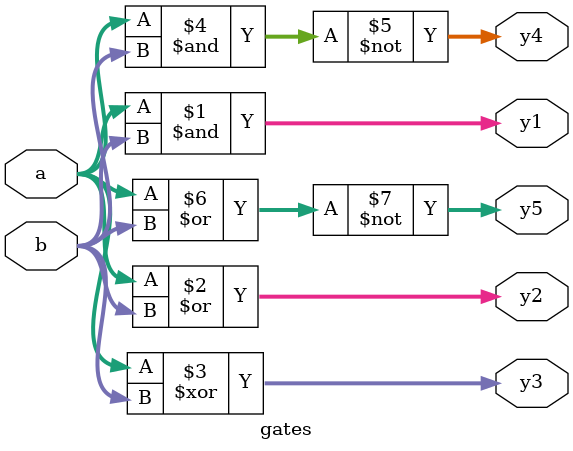
<source format=sv>
module gates 
(
input logic [3:0] a, b,
output logic [3:0] y1, y2, y3, y4, y5
);

/* 5 разных двухвходовых ЛЭ на 4-битных шинах */
	assign y1 = a & b;			// AND 
	assign y2 = a | b;			// OR
	assign y3 = a ^ b;			// XOR
	assign y4 = ~(a & b);		// NAND
	assign y5 = ~(a | b);		// NOR
	/* 
	a & b или ~(a | b) - это выражение
	assign y4 = ~(a & b) - это оператор
	assign out = in1 op in2 - оператор непрерывного присваивания
	Когда правая часть меняется тогда левая часть тоже меняется
	Таким образом - непрерывное присваивание является комбинационной логикой
	*/
endmodule 
</source>
